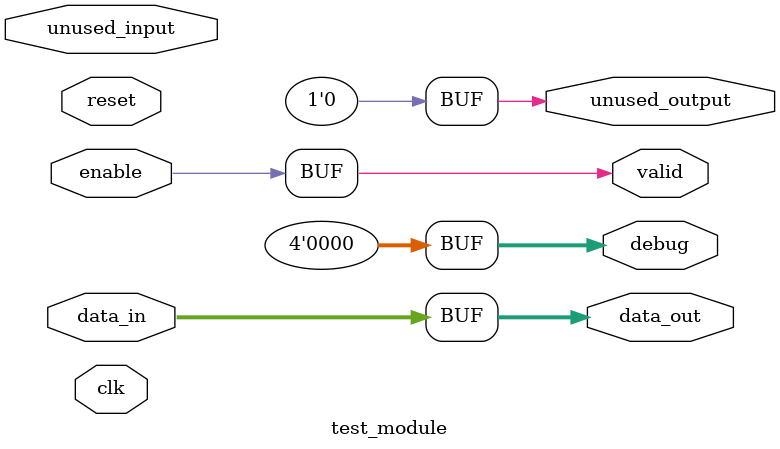
<source format=v>
module test_module (
    input clk,
    input reset,
    input enable,
    input [7:0] data_in,
    output [7:0] data_out,
    output valid,
    output [3:0] debug,
    input unused_input,
    output unused_output
);
    assign data_out = data_in;
    assign valid = enable;
    assign debug = 4'b0000;
    assign unused_output = 1'b0;
endmodule
</source>
